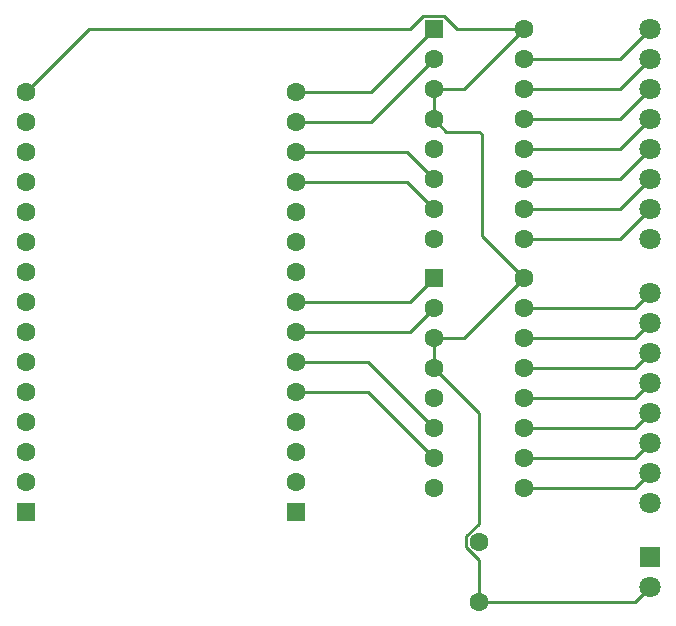
<source format=gtl>
G04 Layer: TopLayer*
G04 EasyEDA Pro v2.2.35.2, 2025-01-23 15:21:14*
G04 Gerber Generator version 0.3*
G04 Scale: 100 percent, Rotated: No, Reflected: No*
G04 Dimensions in millimeters*
G04 Leading zeros omitted, absolute positions, 4 integers and 5 decimals*
%FSLAX45Y45*%
%MOMM*%
%ADD10C,1.6*%
%ADD11R,1.5748X1.6*%
%ADD12R,1.6X1.6*%
%ADD13C,1.8*%
%ADD14R,1.8X1.8*%
%ADD15C,0.254*%
G75*


G04 Pad Start*
G54D10*
G01X152400Y-660400D03*
G01X152400Y-914400D03*
G01X152400Y-1168400D03*
G01X152400Y-1422400D03*
G01X152400Y-1676400D03*
G01X152400Y-1930400D03*
G01X152400Y-2184400D03*
G01X152400Y-2438400D03*
G01X152400Y-2692400D03*
G01X152400Y-2946400D03*
G01X152400Y-3200400D03*
G01X152400Y-3454400D03*
G01X152400Y-3708400D03*
G01X152400Y-3962400D03*
G54D11*
G01X152400Y-4216400D03*
G54D10*
G01X2438400Y-660400D03*
G01X2438400Y-914400D03*
G01X2438400Y-1168400D03*
G01X2438400Y-1422400D03*
G01X2438400Y-1676400D03*
G01X2438400Y-1930400D03*
G01X2438400Y-2184400D03*
G01X2438400Y-2438400D03*
G01X2438400Y-2692400D03*
G01X2438400Y-2946400D03*
G01X2438400Y-3200400D03*
G01X2438400Y-3454400D03*
G01X2438400Y-3708400D03*
G01X2438400Y-3962400D03*
G54D11*
G01X2438400Y-4216400D03*
G54D10*
G01X4368800Y-127000D03*
G01X4368800Y-381000D03*
G01X4368800Y-635000D03*
G01X4368800Y-889000D03*
G01X4368800Y-1143000D03*
G01X4368800Y-1397000D03*
G01X4368800Y-1651000D03*
G01X4368800Y-1905000D03*
G01X3606800Y-1905000D03*
G01X3606800Y-1651000D03*
G01X3606800Y-1397000D03*
G01X3606800Y-1143000D03*
G01X3606800Y-889000D03*
G01X3606800Y-635000D03*
G01X3606800Y-381000D03*
G54D12*
G01X3606800Y-127000D03*
G54D10*
G01X4368800Y-2235200D03*
G01X4368800Y-2489200D03*
G01X4368800Y-2743200D03*
G01X4368800Y-2997200D03*
G01X4368800Y-3251200D03*
G01X4368800Y-3505200D03*
G01X4368800Y-3759200D03*
G01X4368800Y-4013200D03*
G01X3606800Y-4013200D03*
G01X3606800Y-3759200D03*
G01X3606800Y-3505200D03*
G01X3606800Y-3251200D03*
G01X3606800Y-2997200D03*
G01X3606800Y-2743200D03*
G01X3606800Y-2489200D03*
G54D12*
G01X3606800Y-2235200D03*
G54D13*
G01X5435600Y-1905000D03*
G01X5435600Y-1651000D03*
G01X5435600Y-1397000D03*
G01X5435600Y-1143000D03*
G01X5435600Y-889000D03*
G01X5435600Y-635000D03*
G01X5435600Y-381000D03*
G01X5435600Y-127000D03*
G01X5435600Y-4140200D03*
G01X5435600Y-3886200D03*
G01X5435600Y-3632200D03*
G01X5435600Y-3378200D03*
G01X5435600Y-3124200D03*
G01X5435600Y-2870200D03*
G01X5435600Y-2616200D03*
G01X5435600Y-2362200D03*
G01X5435600Y-4851400D03*
G54D14*
G01X5435600Y-4597400D03*
G54D10*
G01X3987800Y-4978400D03*
G01X3987800Y-4470400D03*
G04 Pad End*

G04 Track Start*
G54D15*
G01X2438400Y-660400D02*
G01X3073400Y-660400D01*
G01X3606800Y-127000D01*
G01X2438400Y-914400D02*
G01X3073400Y-914400D01*
G01X3606800Y-381000D01*
G01X2438400Y-1168400D02*
G01X3378200Y-1168400D01*
G01X3606800Y-1397000D01*
G01X2438400Y-1422400D02*
G01X3378200Y-1422400D01*
G01X3606800Y-1651000D01*
G01X2438400Y-2438400D02*
G01X3403600Y-2438400D01*
G01X3606800Y-2235200D01*
G01X2438400Y-2692400D02*
G01X3403600Y-2692400D01*
G01X3606800Y-2489200D01*
G01X2438400Y-2946400D02*
G01X3048000Y-2946400D01*
G01X3606800Y-3505200D01*
G01X2438400Y-3200400D02*
G01X3048000Y-3200400D01*
G01X3606800Y-3759200D01*
G01X4368800Y-381000D02*
G01X5181600Y-381000D01*
G01X5435600Y-127000D01*
G01X4368800Y-635000D02*
G01X5181600Y-635000D01*
G01X5435600Y-381000D01*
G01X4368800Y-889000D02*
G01X5181600Y-889000D01*
G01X5435600Y-635000D01*
G01X4368800Y-1143000D02*
G01X5181600Y-1143000D01*
G01X5435600Y-889000D01*
G01X4368800Y-1397000D02*
G01X5181600Y-1397000D01*
G01X5435600Y-1143000D01*
G01X4368800Y-1651000D02*
G01X5181600Y-1651000D01*
G01X5435600Y-1397000D01*
G01X4368800Y-1905000D02*
G01X5181600Y-1905000D01*
G01X5435600Y-1651000D01*
G01X4368800Y-2489200D02*
G01X5308600Y-2489200D01*
G01X5435600Y-2362200D01*
G01X4368800Y-2743200D02*
G01X5308600Y-2743200D01*
G01X5435600Y-2616200D01*
G01X4368800Y-2997200D02*
G01X5308600Y-2997200D01*
G01X5435600Y-2870200D01*
G01X4368800Y-3251200D02*
G01X5308600Y-3251200D01*
G01X5435600Y-3124200D01*
G01X4368800Y-3505200D02*
G01X5308600Y-3505200D01*
G01X5435600Y-3378200D01*
G01X4368800Y-3759200D02*
G01X5308600Y-3759200D01*
G01X5435600Y-3632200D01*
G01X4368800Y-4013200D02*
G01X5308600Y-4013200D01*
G01X5435600Y-3886200D01*
G01X5435600Y-4851400D02*
G01X5308600Y-4978400D01*
G01X3987800Y-4978400D01*
G01X3987800Y-3378200D02*
G01X3606800Y-2997200D01*
G01X3987800Y-4978400D02*
G01X3987800Y-4622994D01*
G01X3879900Y-4515094D01*
G01X3879900Y-4425706D01*
G01X3987800Y-4317806D01*
G01X3987800Y-3378200D01*
G01X3606800Y-2997200D02*
G01X3606800Y-2743200D01*
G01X3860800Y-2743200D01*
G01X4368800Y-2235200D01*
G01X4013200Y-1879600D01*
G01X4013200Y-1016000D01*
G01X3995239Y-998039D01*
G01X3715839Y-998039D01*
G01X3606800Y-889000D01*
G01X3606800Y-635000D01*
G01X3860800Y-635000D01*
G01X4368800Y-127000D01*
G01X685800Y-127000D02*
G01X152400Y-660400D01*
G01X4368800Y-127000D02*
G01X3806256Y-127000D01*
G01X3698356Y-19100D01*
G01X3515244Y-19100D01*
G01X3407344Y-127000D01*
G01X685800Y-127000D01*
G04 Track End*

M02*


</source>
